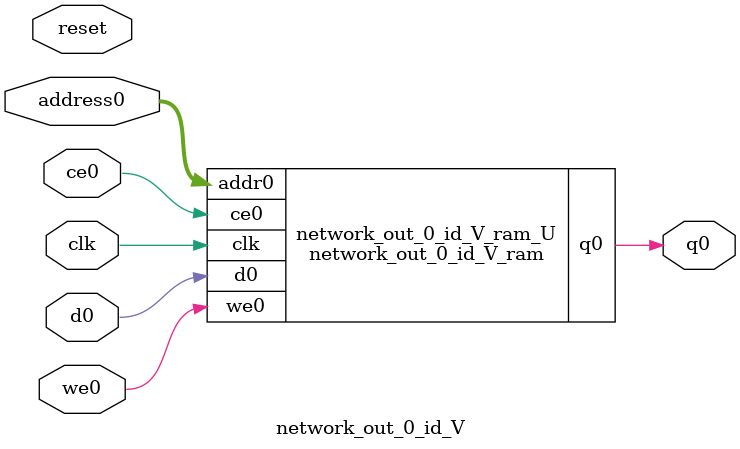
<source format=v>
`timescale 1 ns / 1 ps
module network_out_0_id_V_ram (addr0, ce0, d0, we0, q0,  clk);

parameter DWIDTH = 1;
parameter AWIDTH = 10;
parameter MEM_SIZE = 784;

input[AWIDTH-1:0] addr0;
input ce0;
input[DWIDTH-1:0] d0;
input we0;
output reg[DWIDTH-1:0] q0;
input clk;

(* ram_style = "distributed" *)reg [DWIDTH-1:0] ram[0:MEM_SIZE-1];




always @(posedge clk)  
begin 
    if (ce0) 
    begin
        if (we0) 
        begin 
            ram[addr0] <= d0; 
        end 
        q0 <= ram[addr0];
    end
end


endmodule

`timescale 1 ns / 1 ps
module network_out_0_id_V(
    reset,
    clk,
    address0,
    ce0,
    we0,
    d0,
    q0);

parameter DataWidth = 32'd1;
parameter AddressRange = 32'd784;
parameter AddressWidth = 32'd10;
input reset;
input clk;
input[AddressWidth - 1:0] address0;
input ce0;
input we0;
input[DataWidth - 1:0] d0;
output[DataWidth - 1:0] q0;



network_out_0_id_V_ram network_out_0_id_V_ram_U(
    .clk( clk ),
    .addr0( address0 ),
    .ce0( ce0 ),
    .we0( we0 ),
    .d0( d0 ),
    .q0( q0 ));

endmodule


</source>
